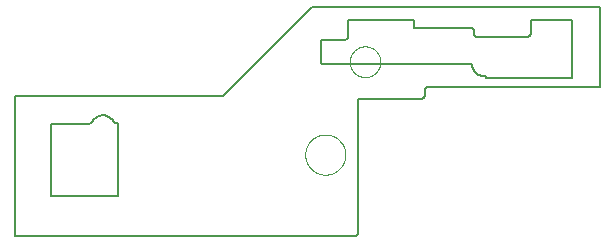
<source format=gtp>
G75*
%MOIN*%
%OFA0B0*%
%FSLAX25Y25*%
%IPPOS*%
%LPD*%
%AMOC8*
5,1,8,0,0,1.08239X$1,22.5*
%
%ADD10C,0.00500*%
%ADD11C,0.00000*%
D10*
X0042959Y0002747D02*
X0042959Y0049692D01*
X0112113Y0049692D01*
X0141821Y0079399D01*
X0237843Y0079399D01*
X0237843Y0052623D01*
X0180234Y0052623D01*
X0180178Y0052621D01*
X0180123Y0052615D01*
X0180068Y0052605D01*
X0180013Y0052591D01*
X0179960Y0052574D01*
X0179909Y0052552D01*
X0179859Y0052527D01*
X0179811Y0052499D01*
X0179765Y0052467D01*
X0179721Y0052432D01*
X0179680Y0052394D01*
X0179642Y0052353D01*
X0179607Y0052309D01*
X0179575Y0052263D01*
X0179547Y0052215D01*
X0179522Y0052165D01*
X0179500Y0052114D01*
X0179483Y0052061D01*
X0179469Y0052006D01*
X0179459Y0051951D01*
X0179453Y0051896D01*
X0179451Y0051840D01*
X0179451Y0049948D01*
X0179449Y0049878D01*
X0179443Y0049809D01*
X0179434Y0049739D01*
X0179421Y0049671D01*
X0179404Y0049603D01*
X0179383Y0049536D01*
X0179359Y0049471D01*
X0179332Y0049406D01*
X0179301Y0049344D01*
X0179266Y0049283D01*
X0179229Y0049224D01*
X0179188Y0049167D01*
X0179144Y0049113D01*
X0179098Y0049061D01*
X0179048Y0049011D01*
X0178996Y0048965D01*
X0178942Y0048921D01*
X0178885Y0048880D01*
X0178826Y0048843D01*
X0178765Y0048808D01*
X0178703Y0048777D01*
X0178638Y0048750D01*
X0178573Y0048726D01*
X0178506Y0048705D01*
X0178438Y0048688D01*
X0178370Y0048675D01*
X0178300Y0048666D01*
X0178231Y0048660D01*
X0178161Y0048658D01*
X0157132Y0048658D01*
X0157132Y0004322D01*
X0157130Y0004245D01*
X0157124Y0004168D01*
X0157115Y0004091D01*
X0157102Y0004015D01*
X0157085Y0003939D01*
X0157064Y0003865D01*
X0157040Y0003791D01*
X0157012Y0003719D01*
X0156981Y0003649D01*
X0156946Y0003580D01*
X0156908Y0003512D01*
X0156867Y0003447D01*
X0156822Y0003384D01*
X0156774Y0003323D01*
X0156724Y0003264D01*
X0156671Y0003208D01*
X0156615Y0003155D01*
X0156556Y0003105D01*
X0156495Y0003057D01*
X0156432Y0003012D01*
X0156367Y0002971D01*
X0156299Y0002933D01*
X0156230Y0002898D01*
X0156160Y0002867D01*
X0156088Y0002839D01*
X0156014Y0002815D01*
X0155940Y0002794D01*
X0155864Y0002777D01*
X0155788Y0002764D01*
X0155711Y0002755D01*
X0155634Y0002749D01*
X0155557Y0002747D01*
X0042959Y0002747D01*
X0054770Y0016330D02*
X0054770Y0040240D01*
X0067642Y0040240D01*
X0068062Y0040500D01*
X0068362Y0040959D01*
X0068661Y0041339D01*
X0068921Y0041599D01*
X0069221Y0041899D01*
X0069521Y0042098D01*
X0069902Y0042327D01*
X0070213Y0042506D01*
X0070642Y0042737D01*
X0070981Y0042908D01*
X0071280Y0043049D01*
X0071689Y0043178D01*
X0071999Y0043198D01*
X0072359Y0043178D01*
X0072619Y0043138D01*
X0072859Y0043078D01*
X0073198Y0042978D01*
X0073618Y0042818D01*
X0073938Y0042718D01*
X0074298Y0042538D01*
X0074638Y0042298D01*
X0074917Y0042038D01*
X0075217Y0041759D01*
X0075397Y0041479D01*
X0075517Y0041339D01*
X0075717Y0040999D01*
X0076029Y0040542D01*
X0077211Y0040542D01*
X0077211Y0016330D01*
X0054770Y0016330D01*
X0145604Y0060222D02*
X0194639Y0060222D01*
X0194642Y0060225D01*
X0194940Y0060224D01*
X0195191Y0060220D01*
X0195193Y0060094D01*
X0195199Y0059969D01*
X0195209Y0059843D01*
X0195223Y0059719D01*
X0195240Y0059594D01*
X0195262Y0059470D01*
X0195287Y0059347D01*
X0195317Y0059225D01*
X0195350Y0059104D01*
X0195387Y0058984D01*
X0195428Y0058865D01*
X0195472Y0058747D01*
X0195520Y0058631D01*
X0195572Y0058516D01*
X0195627Y0058404D01*
X0195686Y0058293D01*
X0195748Y0058183D01*
X0195814Y0058076D01*
X0195883Y0057971D01*
X0195955Y0057868D01*
X0196031Y0057768D01*
X0196109Y0057670D01*
X0196191Y0057574D01*
X0196275Y0057481D01*
X0196363Y0057391D01*
X0196453Y0057303D01*
X0196546Y0057219D01*
X0196642Y0057137D01*
X0196740Y0057059D01*
X0196840Y0056983D01*
X0196943Y0056911D01*
X0197048Y0056842D01*
X0197155Y0056776D01*
X0197265Y0056714D01*
X0197376Y0056655D01*
X0197488Y0056600D01*
X0197603Y0056548D01*
X0197719Y0056500D01*
X0197837Y0056456D01*
X0197956Y0056415D01*
X0198076Y0056378D01*
X0198197Y0056345D01*
X0198319Y0056315D01*
X0198442Y0056290D01*
X0198566Y0056268D01*
X0198691Y0056251D01*
X0198815Y0056237D01*
X0198941Y0056227D01*
X0199066Y0056221D01*
X0199192Y0056219D01*
X0199712Y0056219D01*
X0199712Y0055420D01*
X0227793Y0055420D01*
X0227845Y0055422D01*
X0227897Y0055428D01*
X0227948Y0055437D01*
X0227998Y0055451D01*
X0228047Y0055468D01*
X0228095Y0055489D01*
X0228141Y0055513D01*
X0228185Y0055541D01*
X0228226Y0055572D01*
X0228266Y0055606D01*
X0228302Y0055642D01*
X0228336Y0055682D01*
X0228367Y0055723D01*
X0228395Y0055768D01*
X0228419Y0055813D01*
X0228440Y0055861D01*
X0228457Y0055910D01*
X0228471Y0055960D01*
X0228480Y0056011D01*
X0228486Y0056063D01*
X0228488Y0056115D01*
X0228489Y0056115D02*
X0228489Y0075053D01*
X0228342Y0075053D01*
X0214668Y0075053D01*
X0214668Y0070491D01*
X0214666Y0070425D01*
X0214660Y0070360D01*
X0214651Y0070295D01*
X0214638Y0070231D01*
X0214621Y0070168D01*
X0214600Y0070106D01*
X0214576Y0070045D01*
X0214548Y0069985D01*
X0214517Y0069928D01*
X0214483Y0069872D01*
X0214445Y0069818D01*
X0214404Y0069767D01*
X0214361Y0069718D01*
X0214314Y0069671D01*
X0214265Y0069628D01*
X0214214Y0069587D01*
X0214160Y0069549D01*
X0214105Y0069515D01*
X0214047Y0069484D01*
X0213987Y0069456D01*
X0213926Y0069432D01*
X0213864Y0069411D01*
X0213801Y0069394D01*
X0213737Y0069381D01*
X0213672Y0069372D01*
X0213607Y0069366D01*
X0213541Y0069364D01*
X0196794Y0069364D01*
X0196731Y0069366D01*
X0196669Y0069371D01*
X0196607Y0069380D01*
X0196546Y0069393D01*
X0196485Y0069409D01*
X0196426Y0069429D01*
X0196367Y0069452D01*
X0196311Y0069479D01*
X0196256Y0069508D01*
X0196202Y0069541D01*
X0196151Y0069577D01*
X0196102Y0069616D01*
X0196055Y0069658D01*
X0196011Y0069702D01*
X0195969Y0069749D01*
X0195930Y0069798D01*
X0195894Y0069849D01*
X0195861Y0069903D01*
X0195832Y0069958D01*
X0195805Y0070014D01*
X0195782Y0070073D01*
X0195762Y0070132D01*
X0195746Y0070193D01*
X0195733Y0070254D01*
X0195724Y0070316D01*
X0195719Y0070378D01*
X0195717Y0070441D01*
X0195717Y0071468D01*
X0195715Y0071522D01*
X0195709Y0071577D01*
X0195700Y0071630D01*
X0195686Y0071683D01*
X0195669Y0071735D01*
X0195648Y0071785D01*
X0195624Y0071834D01*
X0195596Y0071881D01*
X0195565Y0071925D01*
X0195531Y0071968D01*
X0195494Y0072008D01*
X0195454Y0072045D01*
X0195411Y0072079D01*
X0195367Y0072110D01*
X0195320Y0072138D01*
X0195271Y0072162D01*
X0195221Y0072183D01*
X0195169Y0072200D01*
X0195116Y0072214D01*
X0195063Y0072223D01*
X0195008Y0072229D01*
X0194954Y0072231D01*
X0175727Y0072231D01*
X0175727Y0074918D01*
X0153779Y0074918D01*
X0153779Y0069576D01*
X0153777Y0069506D01*
X0153771Y0069436D01*
X0153762Y0069366D01*
X0153749Y0069298D01*
X0153732Y0069230D01*
X0153711Y0069163D01*
X0153687Y0069097D01*
X0153659Y0069032D01*
X0153628Y0068969D01*
X0153594Y0068908D01*
X0153556Y0068849D01*
X0153515Y0068792D01*
X0153471Y0068738D01*
X0153424Y0068685D01*
X0153375Y0068636D01*
X0153322Y0068589D01*
X0153268Y0068545D01*
X0153211Y0068504D01*
X0153152Y0068466D01*
X0153091Y0068432D01*
X0153028Y0068401D01*
X0152963Y0068373D01*
X0152897Y0068349D01*
X0152830Y0068328D01*
X0152762Y0068311D01*
X0152694Y0068298D01*
X0152624Y0068289D01*
X0152554Y0068283D01*
X0152484Y0068281D01*
X0144856Y0068281D01*
X0144856Y0060971D01*
X0144858Y0060918D01*
X0144864Y0060865D01*
X0144873Y0060812D01*
X0144886Y0060760D01*
X0144903Y0060710D01*
X0144924Y0060660D01*
X0144947Y0060613D01*
X0144975Y0060567D01*
X0145005Y0060523D01*
X0145039Y0060481D01*
X0145075Y0060442D01*
X0145114Y0060406D01*
X0145156Y0060372D01*
X0145200Y0060342D01*
X0145246Y0060314D01*
X0145293Y0060291D01*
X0145343Y0060270D01*
X0145393Y0060253D01*
X0145445Y0060240D01*
X0145498Y0060231D01*
X0145551Y0060225D01*
X0145604Y0060223D01*
D11*
X0154387Y0060986D02*
X0154389Y0061129D01*
X0154395Y0061272D01*
X0154405Y0061414D01*
X0154419Y0061556D01*
X0154437Y0061698D01*
X0154459Y0061840D01*
X0154484Y0061980D01*
X0154514Y0062120D01*
X0154548Y0062259D01*
X0154585Y0062397D01*
X0154627Y0062534D01*
X0154672Y0062669D01*
X0154721Y0062803D01*
X0154773Y0062936D01*
X0154829Y0063068D01*
X0154889Y0063197D01*
X0154953Y0063325D01*
X0155020Y0063452D01*
X0155091Y0063576D01*
X0155165Y0063698D01*
X0155242Y0063818D01*
X0155323Y0063936D01*
X0155407Y0064052D01*
X0155494Y0064165D01*
X0155584Y0064276D01*
X0155678Y0064384D01*
X0155774Y0064490D01*
X0155873Y0064592D01*
X0155976Y0064692D01*
X0156080Y0064789D01*
X0156188Y0064884D01*
X0156298Y0064975D01*
X0156411Y0065063D01*
X0156526Y0065147D01*
X0156643Y0065229D01*
X0156763Y0065307D01*
X0156884Y0065382D01*
X0157008Y0065454D01*
X0157134Y0065522D01*
X0157261Y0065586D01*
X0157391Y0065647D01*
X0157522Y0065704D01*
X0157654Y0065758D01*
X0157788Y0065807D01*
X0157923Y0065854D01*
X0158060Y0065896D01*
X0158198Y0065934D01*
X0158336Y0065969D01*
X0158476Y0065999D01*
X0158616Y0066026D01*
X0158757Y0066049D01*
X0158899Y0066068D01*
X0159041Y0066083D01*
X0159184Y0066094D01*
X0159326Y0066101D01*
X0159469Y0066104D01*
X0159612Y0066103D01*
X0159755Y0066098D01*
X0159898Y0066089D01*
X0160040Y0066076D01*
X0160182Y0066059D01*
X0160323Y0066038D01*
X0160464Y0066013D01*
X0160604Y0065985D01*
X0160743Y0065952D01*
X0160881Y0065915D01*
X0161018Y0065875D01*
X0161154Y0065831D01*
X0161289Y0065783D01*
X0161422Y0065731D01*
X0161554Y0065676D01*
X0161684Y0065617D01*
X0161813Y0065554D01*
X0161939Y0065488D01*
X0162064Y0065418D01*
X0162187Y0065345D01*
X0162307Y0065269D01*
X0162426Y0065189D01*
X0162542Y0065105D01*
X0162656Y0065019D01*
X0162767Y0064929D01*
X0162876Y0064837D01*
X0162982Y0064741D01*
X0163086Y0064643D01*
X0163187Y0064541D01*
X0163284Y0064437D01*
X0163379Y0064330D01*
X0163471Y0064221D01*
X0163560Y0064109D01*
X0163646Y0063994D01*
X0163728Y0063878D01*
X0163807Y0063758D01*
X0163883Y0063637D01*
X0163955Y0063514D01*
X0164024Y0063389D01*
X0164089Y0063262D01*
X0164151Y0063133D01*
X0164209Y0063002D01*
X0164264Y0062870D01*
X0164314Y0062736D01*
X0164361Y0062601D01*
X0164405Y0062465D01*
X0164444Y0062328D01*
X0164479Y0062189D01*
X0164511Y0062050D01*
X0164539Y0061910D01*
X0164563Y0061769D01*
X0164583Y0061627D01*
X0164599Y0061485D01*
X0164611Y0061343D01*
X0164619Y0061200D01*
X0164623Y0061057D01*
X0164623Y0060915D01*
X0164619Y0060772D01*
X0164611Y0060629D01*
X0164599Y0060487D01*
X0164583Y0060345D01*
X0164563Y0060203D01*
X0164539Y0060062D01*
X0164511Y0059922D01*
X0164479Y0059783D01*
X0164444Y0059644D01*
X0164405Y0059507D01*
X0164361Y0059371D01*
X0164314Y0059236D01*
X0164264Y0059102D01*
X0164209Y0058970D01*
X0164151Y0058839D01*
X0164089Y0058710D01*
X0164024Y0058583D01*
X0163955Y0058458D01*
X0163883Y0058335D01*
X0163807Y0058214D01*
X0163728Y0058094D01*
X0163646Y0057978D01*
X0163560Y0057863D01*
X0163471Y0057751D01*
X0163379Y0057642D01*
X0163284Y0057535D01*
X0163187Y0057431D01*
X0163086Y0057329D01*
X0162982Y0057231D01*
X0162876Y0057135D01*
X0162767Y0057043D01*
X0162656Y0056953D01*
X0162542Y0056867D01*
X0162426Y0056783D01*
X0162307Y0056703D01*
X0162187Y0056627D01*
X0162064Y0056554D01*
X0161939Y0056484D01*
X0161813Y0056418D01*
X0161684Y0056355D01*
X0161554Y0056296D01*
X0161422Y0056241D01*
X0161289Y0056189D01*
X0161154Y0056141D01*
X0161018Y0056097D01*
X0160881Y0056057D01*
X0160743Y0056020D01*
X0160604Y0055987D01*
X0160464Y0055959D01*
X0160323Y0055934D01*
X0160182Y0055913D01*
X0160040Y0055896D01*
X0159898Y0055883D01*
X0159755Y0055874D01*
X0159612Y0055869D01*
X0159469Y0055868D01*
X0159326Y0055871D01*
X0159184Y0055878D01*
X0159041Y0055889D01*
X0158899Y0055904D01*
X0158757Y0055923D01*
X0158616Y0055946D01*
X0158476Y0055973D01*
X0158336Y0056003D01*
X0158198Y0056038D01*
X0158060Y0056076D01*
X0157923Y0056118D01*
X0157788Y0056165D01*
X0157654Y0056214D01*
X0157522Y0056268D01*
X0157391Y0056325D01*
X0157261Y0056386D01*
X0157134Y0056450D01*
X0157008Y0056518D01*
X0156884Y0056590D01*
X0156763Y0056665D01*
X0156643Y0056743D01*
X0156526Y0056825D01*
X0156411Y0056909D01*
X0156298Y0056997D01*
X0156188Y0057088D01*
X0156080Y0057183D01*
X0155976Y0057280D01*
X0155873Y0057380D01*
X0155774Y0057482D01*
X0155678Y0057588D01*
X0155584Y0057696D01*
X0155494Y0057807D01*
X0155407Y0057920D01*
X0155323Y0058036D01*
X0155242Y0058154D01*
X0155165Y0058274D01*
X0155091Y0058396D01*
X0155020Y0058520D01*
X0154953Y0058647D01*
X0154889Y0058775D01*
X0154829Y0058904D01*
X0154773Y0059036D01*
X0154721Y0059169D01*
X0154672Y0059303D01*
X0154627Y0059438D01*
X0154585Y0059575D01*
X0154548Y0059713D01*
X0154514Y0059852D01*
X0154484Y0059992D01*
X0154459Y0060132D01*
X0154437Y0060274D01*
X0154419Y0060416D01*
X0154405Y0060558D01*
X0154395Y0060700D01*
X0154389Y0060843D01*
X0154387Y0060986D01*
X0139560Y0030027D02*
X0139562Y0030191D01*
X0139568Y0030355D01*
X0139578Y0030519D01*
X0139592Y0030683D01*
X0139610Y0030846D01*
X0139632Y0031009D01*
X0139659Y0031171D01*
X0139689Y0031333D01*
X0139723Y0031493D01*
X0139761Y0031653D01*
X0139802Y0031812D01*
X0139848Y0031970D01*
X0139898Y0032126D01*
X0139951Y0032282D01*
X0140008Y0032436D01*
X0140069Y0032588D01*
X0140134Y0032739D01*
X0140203Y0032889D01*
X0140275Y0033036D01*
X0140350Y0033182D01*
X0140430Y0033326D01*
X0140512Y0033468D01*
X0140598Y0033608D01*
X0140688Y0033745D01*
X0140781Y0033881D01*
X0140877Y0034014D01*
X0140977Y0034145D01*
X0141079Y0034273D01*
X0141185Y0034399D01*
X0141294Y0034522D01*
X0141406Y0034642D01*
X0141520Y0034760D01*
X0141638Y0034874D01*
X0141758Y0034986D01*
X0141881Y0035095D01*
X0142007Y0035201D01*
X0142135Y0035303D01*
X0142266Y0035403D01*
X0142399Y0035499D01*
X0142535Y0035592D01*
X0142672Y0035682D01*
X0142812Y0035768D01*
X0142954Y0035850D01*
X0143098Y0035930D01*
X0143244Y0036005D01*
X0143391Y0036077D01*
X0143541Y0036146D01*
X0143692Y0036211D01*
X0143844Y0036272D01*
X0143998Y0036329D01*
X0144154Y0036382D01*
X0144310Y0036432D01*
X0144468Y0036478D01*
X0144627Y0036519D01*
X0144787Y0036557D01*
X0144947Y0036591D01*
X0145109Y0036621D01*
X0145271Y0036648D01*
X0145434Y0036670D01*
X0145597Y0036688D01*
X0145761Y0036702D01*
X0145925Y0036712D01*
X0146089Y0036718D01*
X0146253Y0036720D01*
X0146417Y0036718D01*
X0146581Y0036712D01*
X0146745Y0036702D01*
X0146909Y0036688D01*
X0147072Y0036670D01*
X0147235Y0036648D01*
X0147397Y0036621D01*
X0147559Y0036591D01*
X0147719Y0036557D01*
X0147879Y0036519D01*
X0148038Y0036478D01*
X0148196Y0036432D01*
X0148352Y0036382D01*
X0148508Y0036329D01*
X0148662Y0036272D01*
X0148814Y0036211D01*
X0148965Y0036146D01*
X0149115Y0036077D01*
X0149262Y0036005D01*
X0149408Y0035930D01*
X0149552Y0035850D01*
X0149694Y0035768D01*
X0149834Y0035682D01*
X0149971Y0035592D01*
X0150107Y0035499D01*
X0150240Y0035403D01*
X0150371Y0035303D01*
X0150499Y0035201D01*
X0150625Y0035095D01*
X0150748Y0034986D01*
X0150868Y0034874D01*
X0150986Y0034760D01*
X0151100Y0034642D01*
X0151212Y0034522D01*
X0151321Y0034399D01*
X0151427Y0034273D01*
X0151529Y0034145D01*
X0151629Y0034014D01*
X0151725Y0033881D01*
X0151818Y0033745D01*
X0151908Y0033608D01*
X0151994Y0033468D01*
X0152076Y0033326D01*
X0152156Y0033182D01*
X0152231Y0033036D01*
X0152303Y0032889D01*
X0152372Y0032739D01*
X0152437Y0032588D01*
X0152498Y0032436D01*
X0152555Y0032282D01*
X0152608Y0032126D01*
X0152658Y0031970D01*
X0152704Y0031812D01*
X0152745Y0031653D01*
X0152783Y0031493D01*
X0152817Y0031333D01*
X0152847Y0031171D01*
X0152874Y0031009D01*
X0152896Y0030846D01*
X0152914Y0030683D01*
X0152928Y0030519D01*
X0152938Y0030355D01*
X0152944Y0030191D01*
X0152946Y0030027D01*
X0152944Y0029863D01*
X0152938Y0029699D01*
X0152928Y0029535D01*
X0152914Y0029371D01*
X0152896Y0029208D01*
X0152874Y0029045D01*
X0152847Y0028883D01*
X0152817Y0028721D01*
X0152783Y0028561D01*
X0152745Y0028401D01*
X0152704Y0028242D01*
X0152658Y0028084D01*
X0152608Y0027928D01*
X0152555Y0027772D01*
X0152498Y0027618D01*
X0152437Y0027466D01*
X0152372Y0027315D01*
X0152303Y0027165D01*
X0152231Y0027018D01*
X0152156Y0026872D01*
X0152076Y0026728D01*
X0151994Y0026586D01*
X0151908Y0026446D01*
X0151818Y0026309D01*
X0151725Y0026173D01*
X0151629Y0026040D01*
X0151529Y0025909D01*
X0151427Y0025781D01*
X0151321Y0025655D01*
X0151212Y0025532D01*
X0151100Y0025412D01*
X0150986Y0025294D01*
X0150868Y0025180D01*
X0150748Y0025068D01*
X0150625Y0024959D01*
X0150499Y0024853D01*
X0150371Y0024751D01*
X0150240Y0024651D01*
X0150107Y0024555D01*
X0149971Y0024462D01*
X0149834Y0024372D01*
X0149694Y0024286D01*
X0149552Y0024204D01*
X0149408Y0024124D01*
X0149262Y0024049D01*
X0149115Y0023977D01*
X0148965Y0023908D01*
X0148814Y0023843D01*
X0148662Y0023782D01*
X0148508Y0023725D01*
X0148352Y0023672D01*
X0148196Y0023622D01*
X0148038Y0023576D01*
X0147879Y0023535D01*
X0147719Y0023497D01*
X0147559Y0023463D01*
X0147397Y0023433D01*
X0147235Y0023406D01*
X0147072Y0023384D01*
X0146909Y0023366D01*
X0146745Y0023352D01*
X0146581Y0023342D01*
X0146417Y0023336D01*
X0146253Y0023334D01*
X0146089Y0023336D01*
X0145925Y0023342D01*
X0145761Y0023352D01*
X0145597Y0023366D01*
X0145434Y0023384D01*
X0145271Y0023406D01*
X0145109Y0023433D01*
X0144947Y0023463D01*
X0144787Y0023497D01*
X0144627Y0023535D01*
X0144468Y0023576D01*
X0144310Y0023622D01*
X0144154Y0023672D01*
X0143998Y0023725D01*
X0143844Y0023782D01*
X0143692Y0023843D01*
X0143541Y0023908D01*
X0143391Y0023977D01*
X0143244Y0024049D01*
X0143098Y0024124D01*
X0142954Y0024204D01*
X0142812Y0024286D01*
X0142672Y0024372D01*
X0142535Y0024462D01*
X0142399Y0024555D01*
X0142266Y0024651D01*
X0142135Y0024751D01*
X0142007Y0024853D01*
X0141881Y0024959D01*
X0141758Y0025068D01*
X0141638Y0025180D01*
X0141520Y0025294D01*
X0141406Y0025412D01*
X0141294Y0025532D01*
X0141185Y0025655D01*
X0141079Y0025781D01*
X0140977Y0025909D01*
X0140877Y0026040D01*
X0140781Y0026173D01*
X0140688Y0026309D01*
X0140598Y0026446D01*
X0140512Y0026586D01*
X0140430Y0026728D01*
X0140350Y0026872D01*
X0140275Y0027018D01*
X0140203Y0027165D01*
X0140134Y0027315D01*
X0140069Y0027466D01*
X0140008Y0027618D01*
X0139951Y0027772D01*
X0139898Y0027928D01*
X0139848Y0028084D01*
X0139802Y0028242D01*
X0139761Y0028401D01*
X0139723Y0028561D01*
X0139689Y0028721D01*
X0139659Y0028883D01*
X0139632Y0029045D01*
X0139610Y0029208D01*
X0139592Y0029371D01*
X0139578Y0029535D01*
X0139568Y0029699D01*
X0139562Y0029863D01*
X0139560Y0030027D01*
M02*

</source>
